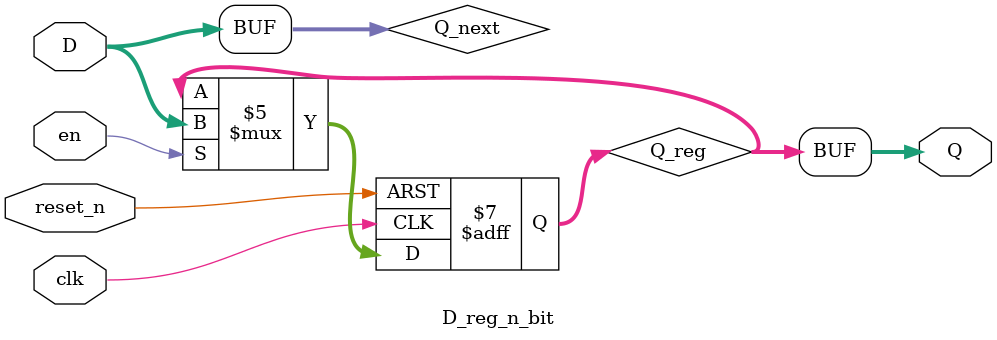
<source format=v>
module D_reg_n_bit #(parameter n=32) (
	
	input clk,reset_n,en,
	input [n-1:0] D,
	output [n-1:0] Q

);
reg [n - 1:0] Q_next, Q_reg;
    
always@(posedge clk,negedge reset_n)
    begin
        if(~reset_n)
            Q_reg <= 'b0;
        else if(en)
            Q_reg <= Q_next;
        else
            Q_reg <= Q_reg;
    end
    
always@(D)
        Q_next = D;
    
 assign Q = Q_reg;

endmodule
</source>
